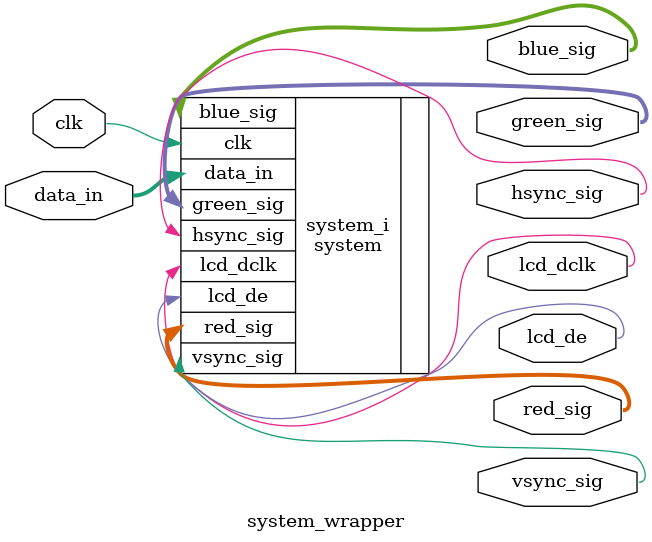
<source format=v>
`timescale 1 ps / 1 ps

module system_wrapper
   (blue_sig,
    clk,
    data_in,
    green_sig,
    hsync_sig,
    lcd_dclk,
    lcd_de,
    red_sig,
    vsync_sig);
  output [7:0]blue_sig;
  input clk;
  input [31:0]data_in;
  output [7:0]green_sig;
  output hsync_sig;
  output lcd_dclk;
  output lcd_de;
  output [7:0]red_sig;
  output vsync_sig;

  wire [7:0]blue_sig;
  wire clk;
  wire [31:0]data_in;
  wire [7:0]green_sig;
  wire hsync_sig;
  wire lcd_dclk;
  wire lcd_de;
  wire [7:0]red_sig;
  wire vsync_sig;

  system system_i
       (.blue_sig(blue_sig),
        .clk(clk),
        .data_in(data_in),
        .green_sig(green_sig),
        .hsync_sig(hsync_sig),
        .lcd_dclk(lcd_dclk),
        .lcd_de(lcd_de),
        .red_sig(red_sig),
        .vsync_sig(vsync_sig));
endmodule

</source>
